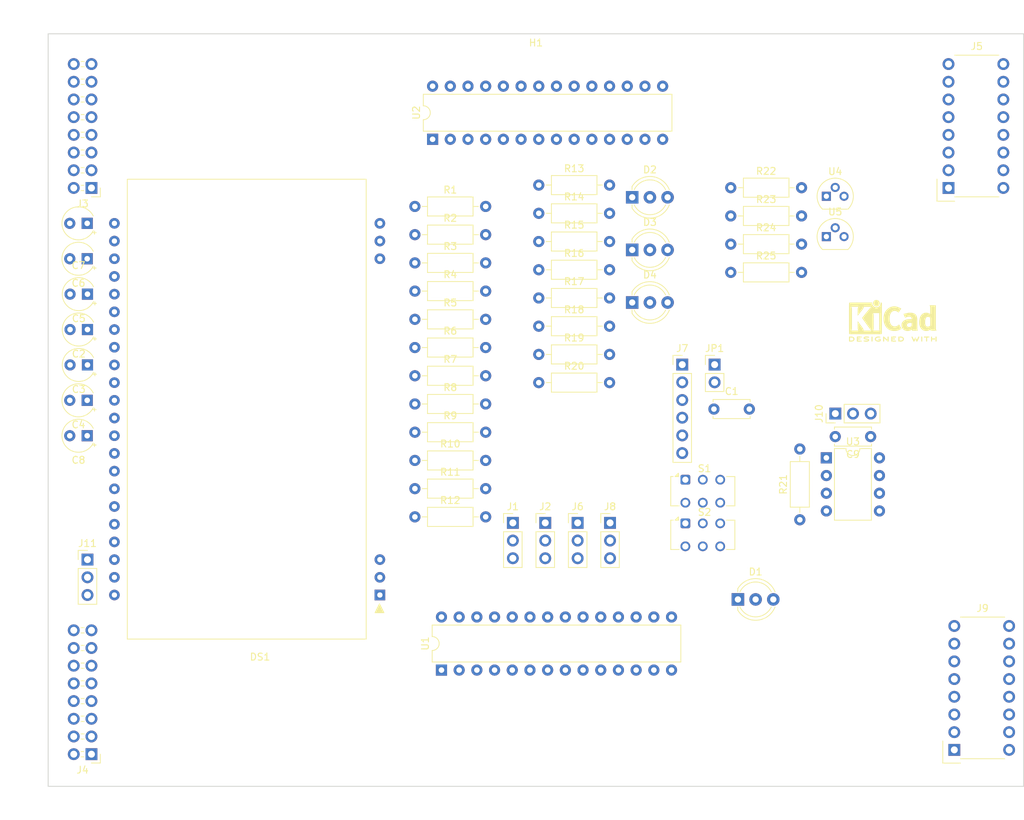
<source format=kicad_pcb>
(kicad_pcb (version 20240108) (generator "pcbnew") (generator_version "8.0")
  (layers (0 "F.Cu" signal) (31 "B.Cu" signal) (34 "B.Paste" user) (35 "F.Paste" user) (36 "B.SilkS" user "B.Silkscreen") (37 "F.SilkS" user "F.Silkscreen") (38 "B.Mask" user) (39 "F.Mask" user) (44 "Edge.Cuts" user))
  (net 0 "")
  (net 1 "Net-(C1-Pad1)")
  (net 2 "GND")
  (net 3 "/Busses/CAN-L")
  (net 4 "/Busses/CAN-H")
  (net 5 "/Busses/SPI-ADR1")
  (net 6 "/Busses/SPI-ADR2")
  (net 7 "/Busses/SPI-ADR0")
  (net 8 "/Busses/SPI-CLK")
  (net 9 "/Busses/SPI-MTSR")
  (net 10 "/Busses/Reserved0")
  (net 11 "/Busses/One-Wire")
  (net 12 "/Busses/SPI-~{CE}")
  (net 13 "/Busses/SPI-MRST")
  (net 14 "/Busses/Reserved1")
  (net 15 "VCC")
  (net 16 "+3V3")
  (net 17 "/Busses/~{RESET}")
  (net 18 "/Busses/I2C-SDA")
  (net 19 "+VDC")
  (net 20 "+5V")
  (net 21 "/Busses/I2C-SCL")
  (net 22 "-15V")
  (net 23 "+15V")
  (net 24 "Net-(JP1-B)")
  (net 25 "Net-(S2A-C)")
  (net 26 "Net-(S2B-C)")
  (net 27 "Net-(S1A-C)")
  (net 28 "Net-(S1B-C)")
  (net 81 "Net-(DS1-V2)")
  (net 82 "Net-(DS1-V3)")
  (net 83 "Net-(DS1-V4)")
  (net 84 "Net-(DS1-V1)")
  (net 85 "Net-(DS1-V0)")
  (net 86 "Net-(DS1-VOUT)")
  (net 87 "/Display/I2C-SDA")
  (net 88 "/Display/~{RESET}")
  (net 90 "Net-(DS1-C1)")
  (net 92 "/Display/I2C-SCL")
  (net 93 "Net-(DS1-C2)")
  (net 94 "Net-(U5-D)")
  (net 96 "Net-(D1-C-RD)")
  (net 97 "Net-(D1-C-GN)")
  (net 98 "Net-(D2-C-RD)")
  (net 99 "Net-(D2-C-GN)")
  (net 100 "Net-(D3-C-GN)")
  (net 101 "Net-(D3-C-RD)")
  (net 102 "Net-(D4-C-GN)")
  (net 103 "Net-(D4-C-RD)")
  (net 104 "/LED.RD0")
  (net 105 "/LED.GN0")
  (net 106 "/LED.RD1")
  (net 107 "/LED.GN1")
  (net 108 "/LED.RD2")
  (net 109 "/LED.GN2")
  (net 110 "/LED.RD3")
  (net 111 "/LED.GN3")
  (net 112 "Net-(U4-D)")
  (net 113 "Net-(DS1-RS)")
  (net 114 "Net-(J10-A1)")
  (net 120 "/Display/LCD-BG-RD")
  (net 121 "/Display/LCD-BG-GN")
  (footprint "Resistor_THT:R_Axial_DIN0207_L6.3mm_D2.5mm_P10.16mm_Horizontal" (layer "F.Cu") (at 169.16 67.36)
    (property "Reference" "R25" (at 5.08 -2.37 0) (layer "F.SilkS"))
    (property "Value" "47K5")
    (pad "1" thru_hole circle (at 0 0) (size 1.6 1.6) (drill 0.8) (layers "*.Cu" "*.Mask") (net 121 "/Display/LCD-BG-GN"))
    (pad "2" thru_hole oval (at 10.16 0) (size 1.6 1.6) (drill 0.8) (layers "*.Cu" "*.Mask") (net 2 "GND"))
  )
  (footprint "Resistor_THT:R_Axial_DIN0207_L6.3mm_D2.5mm_P10.16mm_Horizontal" (layer "F.Cu") (at 123.825 98.4)
    (property "Reference" "R11" (at 5.08 -2.37 0) (layer "F.SilkS"))
    (property "Value" "4k7")
    (pad "1" thru_hole circle (at 0 0) (size 1.6 1.6) (drill 0.8) (layers "*.Cu" "*.Mask") (net 24 "Net-(JP1-B)"))
    (pad "2" thru_hole oval (at 10.16 0) (size 1.6 1.6) (drill 0.8) (layers "*.Cu" "*.Mask") (net 11 "/Busses/One-Wire"))
  )
  (footprint "Resistor_THT:R_Axial_DIN0207_L6.3mm_D2.5mm_P10.16mm_Horizontal" (layer "F.Cu") (at 123.825 61.95)
    (property "Reference" "R2" (at 5.08 -2.37 0) (layer "F.SilkS"))
    (property "Value" "10k")
    (pad "1" thru_hole circle (at 0 0) (size 1.6 1.6) (drill 0.8) (layers "*.Cu" "*.Mask") (net 5 "/Busses/SPI-ADR1"))
    (pad "2" thru_hole oval (at 10.16 0) (size 1.6 1.6) (drill 0.8) (layers "*.Cu" "*.Mask") (net 2 "GND"))
  )
  (footprint "Capacitor_THT:CP_Radial_Tantal_D4.5mm_P2.50mm" (layer "F.Cu") (at 76.793856 65.405 180)
    (property "Reference" "C6" (at 1.25 -3.5 180) (layer "F.SilkS"))
    (property "Value" "1µ" (hide yes))
    (pad "1" thru_hole rect (at 0 0 180) (size 1.6 1.6) (drill 0.8) (layers "*.Cu" "*.Mask") (net 82 "Net-(DS1-V3)"))
    (pad "2" thru_hole circle (at 2.5 0 180) (size 1.6 1.6) (drill 0.8) (layers "*.Cu" "*.Mask") (net 2 "GND"))
  )
  (footprint "Connector_PinHeader_2.54mm:PinHeader_1x03_P2.54mm_Vertical" (layer "F.Cu") (at 184.165 87.63 90)
    (property "Reference" "J10" (at 0 -2.33 -90) (layer "F.SilkS"))
    (property "Value" "Bergstik-II_1x3" (hide yes))
    (pad "1" thru_hole rect (at 0 0 90) (size 1.7 1.7) (drill 1) (layers "*.Cu" "*.Mask") (net 114 "Net-(J10-A1)"))
    (pad "2" thru_hole oval (at 0 2.54 90) (size 1.7 1.7) (drill 1) (layers "*.Cu" "*.Mask") (net 2 "GND"))
    (pad "3" thru_hole oval (at 0 5.08 90) (size 1.7 1.7) (drill 1) (layers "*.Cu" "*.Mask") (net 15 "VCC"))
  )
  (footprint "BTech.Switch:SW_CK_JS202011CQN_DPDT_Straight" (layer "F.Cu") (at 162.645 103.38)
    (property "Reference" "S2" (at 2.75 -1.6 0) (layer "F.SilkS"))
    (property "Value" "C&K-JS202011")
    (pad "1" thru_hole roundrect (at 0 0) (size 1.4 1.4) (drill 0.9) (layers "*.Cu" "*.Mask") (roundrect_rratio 0.1785714286))
    (pad "2" thru_hole circle (at 2.5 0) (size 1.4 1.4) (drill 0.9) (layers "*.Cu" "*.Mask") (net 18 "/Busses/I2C-SDA"))
    (pad "3" thru_hole circle (at 5 0) (size 1.4 1.4) (drill 0.9) (layers "*.Cu" "*.Mask") (net 25 "Net-(S2A-C)"))
    (pad "4" thru_hole circle (at 5 3.3) (size 1.4 1.4) (drill 0.9) (layers "*.Cu" "*.Mask"))
    (pad "5" thru_hole circle (at 2.5 3.3) (size 1.4 1.4) (drill 0.9) (layers "*.Cu" "*.Mask") (net 21 "/Busses/I2C-SCL"))
    (pad "6" thru_hole circle (at 0 3.3) (size 1.4 1.4) (drill 0.9) (layers "*.Cu" "*.Mask") (net 26 "Net-(S2B-C)"))
  )
  (footprint "Package_TO_SOT_THT:TO-92" (layer "F.Cu") (at 182.88 62.23)
    (property "Reference" "U5" (at 1.27 -3.56 0) (layer "F.SilkS"))
    (property "Value" "TN0702N3-G")
    (pad "1" thru_hole rect (at 0 0) (size 1.3 1.3) (drill 0.75) (layers "*.Cu" "*.Mask") (net 2 "GND"))
    (pad "2" thru_hole circle (at 1.27 -1.27) (size 1.3 1.3) (drill 0.75) (layers "*.Cu" "*.Mask") (net 120 "/Display/LCD-BG-RD"))
    (pad "3" thru_hole circle (at 2.54 0) (size 1.3 1.3) (drill 0.75) (layers "*.Cu" "*.Mask") (net 94 "Net-(U5-D)"))
  )
  (footprint "Package_DIP:DIP-8_W7.62mm" (layer "F.Cu") (at 182.88 93.98)
    (property "Reference" "U3" (at 3.81 -2.33 0) (layer "F.SilkS"))
    (property "Value" "ATtiny85-20PU" (hide yes))
    (pad "1" thru_hole rect (at 0 0) (size 1.6 1.6) (drill 0.8) (layers "*.Cu" "*.Mask") (net 114 "Net-(J10-A1)"))
    (pad "2" thru_hole oval (at 0 2.54) (size 1.6 1.6) (drill 0.8) (layers "*.Cu" "*.Mask"))
    (pad "3" thru_hole oval (at 0 5.08) (size 1.6 1.6) (drill 0.8) (layers "*.Cu" "*.Mask"))
    (pad "4" thru_hole oval (at 0 7.62) (size 1.6 1.6) (drill 0.8) (layers "*.Cu" "*.Mask") (net 2 "GND"))
    (pad "5" thru_hole oval (at 7.62 7.62) (size 1.6 1.6) (drill 0.8) (layers "*.Cu" "*.Mask"))
    (pad "6" thru_hole oval (at 7.62 5.08) (size 1.6 1.6) (drill 0.8) (layers "*.Cu" "*.Mask"))
    (pad "7" thru_hole oval (at 7.62 2.54) (size 1.6 1.6) (drill 0.8) (layers "*.Cu" "*.Mask"))
    (pad "8" thru_hole oval (at 7.62 0) (size 1.6 1.6) (drill 0.8) (layers "*.Cu" "*.Mask") (net 15 "VCC"))
  )
  (footprint "BTech.Connector.AMPMODU-ModII:Socket.Hor.2x5.6-5535512-4" (layer "F.Cu") (at 209.1125 128.27)
    (property "Reference" "J9" (at -3.81 -12.7 0) (layer "F.SilkS"))
    (property "Value" "Socket.Hor.2x8.1-5535512-8" (hide yes))
    (pad "1" thru_hole rect (at -7.87 7.62) (size 1.7 1.7) (drill 1) (layers "*.Cu" "*.Mask") (net 2 "GND"))
    (pad "2" thru_hole circle (at 0 7.62) (size 1.7 1.7) (drill 1) (layers "*.Cu" "*.Mask") (net 2 "GND"))
    (pad "3" thru_hole circle (at -7.87 5.08) (size 1.7 1.7) (drill 1) (layers "*.Cu" "*.Mask") (net 4 "/Busses/CAN-H"))
    (pad "4" thru_hole circle (at 0 5.08) (size 1.7 1.7) (drill 1) (layers "*.Cu" "*.Mask") (net 3 "/Busses/CAN-L"))
    (pad "5" thru_hole circle (at -7.87 2.54) (size 1.7 1.7) (drill 1) (layers "*.Cu" "*.Mask") (net 2 "GND"))
    (pad "6" thru_hole circle (at 0 2.54) (size 1.7 1.7) (drill 1) (layers "*.Cu" "*.Mask") (net 2 "GND"))
    (pad "7" thru_hole circle (at -7.87 0) (size 1.7 1.7) (drill 1) (layers "*.Cu" "*.Mask") (net 10 "/Busses/Reserved0"))
    (pad "8" thru_hole circle (at 0 0) (size 1.7 1.7) (drill 1) (layers "*.Cu" "*.Mask") (net 14 "/Busses/Reserved1"))
    (pad "9" thru_hole circle (at -7.87 -2.54) (size 1.7 1.7) (drill 1) (layers "*.Cu" "*.Mask") (net 9 "/Busses/SPI-MTSR"))
    (pad "10" thru_hole circle (at 0 -2.54) (size 1.7 1.7) (drill 1) (layers "*.Cu" "*.Mask") (net 13 "/Busses/SPI-MRST"))
    (pad "11" thru_hole circle (at -7.869999 -5.08) (size 1.7 1.7) (drill 1) (layers "*.Cu" "*.Mask") (net 8 "/Busses/SPI-CLK"))
    (pad "12" thru_hole circle (at 0 -5.08) (size 1.7 1.7) (drill 1) (layers "*.Cu" "*.Mask") (net 12 "/Busses/SPI-~{CE}"))
    (pad "13" thru_hole circle (at -7.869999 -7.62) (size 1.7 1.7) (drill 1) (layers "*.Cu" "*.Mask") (net 7 "/Busses/SPI-ADR0"))
    (pad "14" thru_hole circle (at 0 -7.62) (size 1.7 1.7) (drill 1) (layers "*.Cu" "*.Mask") (net 5 "/Busses/SPI-ADR1"))
    (pad "15" thru_hole circle (at -7.869999 -10.16) (size 1.7 1.7) (drill 1) (layers "*.Cu" "*.Mask") (net 6 "/Busses/SPI-ADR2"))
    (pad "16" thru_hole circle (at 0 -10.16) (size 1.7 1.7) (drill 1) (layers "*.Cu" "*.Mask") (net 11 "/Busses/One-Wire"))
  )
  (footprint "LED_THT:LED_D5.0mm-3" (layer "F.Cu") (at 155.015 56.585)
    (property "Reference" "D2" (at 2.54 -3.96 0) (layer "F.SilkS"))
    (property "Value" "MV5439A")
    (pad "1" thru_hole rect (at 0 0) (size 1.8 1.8) (drill 0.9) (layers "*.Cu" "*.Mask") (net 98 "Net-(D2-C-RD)"))
    (pad "2" thru_hole circle (at 2.54 0) (size 1.8 1.8) (drill 0.9) (layers "*.Cu" "*.Mask") (net 15 "VCC"))
    (pad "3" thru_hole circle (at 5.08 0) (size 1.8 1.8) (drill 0.9) (layers "*.Cu" "*.Mask") (net 99 "Net-(D2-C-GN)"))
  )
  (footprint "Resistor_THT:R_Axial_DIN0207_L6.3mm_D2.5mm_P10.16mm_Horizontal" (layer "F.Cu") (at 141.605 71.035)
    (property "Reference" "R17" (at 5.08 -2.37 0) (layer "F.SilkS"))
    (property "Value" "1K")
    (pad "1" thru_hole circle (at 0 0) (size 1.6 1.6) (drill 0.8) (layers "*.Cu" "*.Mask") (net 101 "Net-(D3-C-RD)"))
    (pad "2" thru_hole oval (at 10.16 0) (size 1.6 1.6) (drill 0.8) (layers "*.Cu" "*.Mask") (net 108 "/LED.RD2"))
  )
  (footprint "Resistor_THT:R_Axial_DIN0207_L6.3mm_D2.5mm_P10.16mm_Horizontal" (layer "F.Cu") (at 141.605 83.185)
    (property "Reference" "R20" (at 5.08 -2.37 0) (layer "F.SilkS"))
    (property "Value" "1K")
    (pad "1" thru_hole circle (at 0 0) (size 1.6 1.6) (drill 0.8) (layers "*.Cu" "*.Mask") (net 102 "Net-(D4-C-GN)"))
    (pad "2" thru_hole oval (at 10.16 0) (size 1.6 1.6) (drill 0.8) (layers "*.Cu" "*.Mask") (net 111 "/LED.GN3"))
  )
  (footprint "Resistor_THT:R_Axial_DIN0207_L6.3mm_D2.5mm_P10.16mm_Horizontal" (layer "F.Cu") (at 123.825 66)
    (property "Reference" "R3" (at 5.08 -2.37 0) (layer "F.SilkS"))
    (property "Value" "10k")
    (pad "1" thru_hole circle (at 0 0) (size 1.6 1.6) (drill 0.8) (layers "*.Cu" "*.Mask") (net 6 "/Busses/SPI-ADR2"))
    (pad "2" thru_hole oval (at 10.16 0) (size 1.6 1.6) (drill 0.8) (layers "*.Cu" "*.Mask") (net 2 "GND"))
  )
  (footprint "Package_DIP:DIP-28_W7.62mm" (layer "F.Cu") (at 126.365 48.26 90)
    (property "Reference" "U2" (at 3.81 -2.33 -90) (layer "F.SilkS"))
    (property "Value" "MCP23017-E/SP" (hide yes))
    (pad "1" thru_hole rect (at 0 0 90) (size 1.6 1.6) (drill 0.8) (layers "*.Cu" "*.Mask"))
    (pad "2" thru_hole oval (at 0 2.54 90) (size 1.6 1.6) (drill 0.8) (layers "*.Cu" "*.Mask"))
    (pad "3" thru_hole oval (at 0 5.08 90) (size 1.6 1.6) (drill 0.8) (layers "*.Cu" "*.Mask"))
    (pad "4" thru_hole oval (at 0 7.62 90) (size 1.6 1.6) (drill 0.8) (layers "*.Cu" "*.Mask"))
    (pad "5" thru_hole oval (at 0 10.16 90) (size 1.6 1.6) (drill 0.8) (layers "*.Cu" "*.Mask"))
    (pad "6" thru_hole oval (at 0 12.7 90) (size 1.6 1.6) (drill 0.8) (layers "*.Cu" "*.Mask"))
    (pad "7" thru_hole oval (at 0 15.24 90) (size 1.6 1.6) (drill 0.8) (layers "*.Cu" "*.Mask"))
    (pad "8" thru_hole oval (at 0 17.78 90) (size 1.6 1.6) (drill 0.8) (layers "*.Cu" "*.Mask"))
    (pad "9" thru_hole oval (at 0 20.32 90) (size 1.6 1.6) (drill 0.8) (layers "*.Cu" "*.Mask"))
    (pad "10" thru_hole oval (at 0 22.86 90) (size 1.6 1.6) (drill 0.8) (layers "*.Cu" "*.Mask"))
    (pad "11" thru_hole oval (at 0 25.4 90) (size 1.6 1.6) (drill 0.8) (layers "*.Cu" "*.Mask"))
    (pad "12" thru_hole oval (at 0 27.94 90) (size 1.6 1.6) (drill 0.8) (layers "*.Cu" "*.Mask"))
    (pad "13" thru_hole oval (at 0 30.48 90) (size 1.6 1.6) (drill 0.8) (layers "*.Cu" "*.Mask"))
    (pad "14" thru_hole oval (at 0 33.02 90) (size 1.6 1.6) (drill 0.8) (layers "*.Cu" "*.Mask"))
    (pad "15" thru_hole oval (at 7.62 33.02 90) (size 1.6 1.6) (drill 0.8) (layers "*.Cu" "*.Mask"))
    (pad "16" thru_hole oval (at 7.62 30.48 90) (size 1.6 1.6) (drill 0.8) (layers "*.Cu" "*.Mask"))
    (pad "17" thru_hole oval (at 7.62 27.94 90) (size 1.6 1.6) (drill 0.8) (layers "*.Cu" "*.Mask"))
    (pad "18" thru_hole oval (at 7.62 25.4 90) (size 1.6 1.6) (drill 0.8) (layers "*.Cu" "*.Mask"))
    (pad "19" thru_hole oval (at 7.62 22.86 90) (size 1.6 1.6) (drill 0.8) (layers "*.Cu" "*.Mask"))
    (pad "20" thru_hole oval (at 7.62 20.32 90) (size 1.6 1.6) (drill 0.8) (layers "*.Cu" "*.Mask"))
    (pad "21" thru_hole oval (at 7.62 17.78 90) (size 1.6 1.6) (drill 0.8) (layers "*.Cu" "*.Mask"))
    (pad "22" thru_hole oval (at 7.62 15.24 90) (size 1.6 1.6) (drill 0.8) (layers "*.Cu" "*.Mask"))
    (pad "23" thru_hole oval (at 7.62 12.7 90) (size 1.6 1.6) (drill 0.8) (layers "*.Cu" "*.Mask"))
    (pad "24" thru_hole oval (at 7.62 10.16 90) (size 1.6 1.6) (drill 0.8) (layers "*.Cu" "*.Mask"))
    (pad "25" thru_hole oval (at 7.62 7.62 90) (size 1.6 1.6) (drill 0.8) (layers "*.Cu" "*.Mask"))
    (pad "26" thru_hole oval (at 7.62 5.08 90) (size 1.6 1.6) (drill 0.8) (layers "*.Cu" "*.Mask"))
    (pad "27" thru_hole oval (at 7.62 2.54 90) (size 1.6 1.6) (drill 0.8) (layers "*.Cu" "*.Mask"))
    (pad "28" thru_hole oval (at 7.62 0 90) (size 1.6 1.6) (drill 0.8) (layers "*.Cu" "*.Mask"))
  )
  (footprint "Resistor_THT:R_Axial_DIN0207_L6.3mm_D2.5mm_P10.16mm_Horizontal" (layer "F.Cu") (at 169.16 55.21)
    (property "Reference" "R22" (at 5.08 -2.37 0) (layer "F.SilkS"))
    (property "Value" "24R")
    (pad "1" thru_hole circle (at 0 0) (size 1.6 1.6) (drill 0.8) (layers "*.Cu" "*.Mask") (net 90 "Net-(DS1-C1)"))
    (pad "2" thru_hole oval (at 10.16 0) (size 1.6 1.6) (drill 0.8) (layers "*.Cu" "*.Mask") (net 94 "Net-(U5-D)"))
  )
  (footprint "Resistor_THT:R_Axial_DIN0207_L6.3mm_D2.5mm_P10.16mm_Horizontal" (layer "F.Cu") (at 123.825 86.25)
    (property "Reference" "R8" (at 5.08 -2.37 0) (layer "F.SilkS"))
    (property "Value" "60R4")
    (pad "1" thru_hole circle (at 0 0) (size 1.6 1.6) (drill 0.8) (layers "*.Cu" "*.Mask") (net 1 "Net-(C1-Pad1)"))
    (pad "2" thru_hole oval (at 10.16 0) (size 1.6 1.6) (drill 0.8) (layers "*.Cu" "*.Mask") (net 28 "Net-(S1B-C)"))
  )
  (footprint "Capacitor_THT:CP_Radial_Tantal_D4.5mm_P2.50mm" (layer "F.Cu") (at 76.793856 60.325 180)
    (property "Reference" "C7" (at 1.25 -6.04 180) (layer "F.SilkS"))
    (property "Value" "1µ" (hide yes))
    (pad "1" thru_hole rect (at 0 0 180) (size 1.6 1.6) (drill 0.8) (layers "*.Cu" "*.Mask") (net 83 "Net-(DS1-V4)"))
    (pad "2" thru_hole circle (at 2.5 0 180) (size 1.6 1.6) (drill 0.8) (layers "*.Cu" "*.Mask") (net 2 "GND"))
  )
  (footprint "Resistor_THT:R_Axial_DIN0207_L6.3mm_D2.5mm_P10.16mm_Horizontal" (layer "F.Cu") (at 169.16 63.31)
    (property "Reference" "R24" (at 5.08 -2.37 0) (layer "F.SilkS"))
    (property "Value" "47K5")
    (pad "1" thru_hole circle (at 0 0) (size 1.6 1.6) (drill 0.8) (layers "*.Cu" "*.Mask") (net 120 "/Display/LCD-BG-RD"))
    (pad "2" thru_hole oval (at 10.16 0) (size 1.6 1.6) (drill 0.8) (layers "*.Cu" "*.Mask") (net 2 "GND"))
  )
  (footprint "Resistor_THT:R_Axial_DIN0207_L6.3mm_D2.5mm_P10.16mm_Horizontal" (layer "F.Cu") (at 123.825 74.1)
    (property "Reference" "R5" (at 5.08 -2.37 0) (layer "F.SilkS"))
    (property "Value" "47K5")
    (pad "1" thru_hole circle (at 0 0) (size 1.6 1.6) (drill 0.8) (layers "*.Cu" "*.Mask") (net 26 "Net-(S2B-C)"))
    (pad "2" thru_hole oval (at 10.16 0) (size 1.6 1.6) (drill 0.8) (layers "*.Cu" "*.Mask") (net 15 "VCC"))
  )
  (footprint "BTech.Switch:SW_CK_JS202011CQN_DPDT_Straight" (layer "F.Cu") (at 162.645 97.115)
    (property "Reference" "S1" (at 2.75 -1.6 0) (layer "F.SilkS"))
    (property "Value" "C&K-JS202011")
    (pad "1" thru_hole roundrect (at 0 0) (size 1.4 1.4) (drill 0.9) (layers "*.Cu" "*.Mask") (roundrect_rratio 0.1785714286))
    (pad "2" thru_hole circle (at 2.5 0) (size 1.4 1.4) (drill 0.9) (layers "*.Cu" "*.Mask") (net 4 "/Busses/CAN-H"))
    (pad "3" thru_hole circle (at 5 0) (size 1.4 1.4) (drill 0.9) (layers "*.Cu" "*.Mask") (net 27 "Net-(S1A-C)"))
    (pad "4" thru_hole circle (at 5 3.3) (size 1.4 1.4) (drill 0.9) (layers "*.Cu" "*.Mask"))
    (pad "5" thru_hole circle (at 2.5 3.3) (size 1.4 1.4) (drill 0.9) (layers "*.Cu" "*.Mask") (net 3 "/Busses/CAN-L"))
    (pad "6" thru_hole circle (at 0 3.3) (size 1.4 1.4) (drill 0.9) (layers "*.Cu" "*.Mask") (net 28 "Net-(S1B-C)"))
  )
  (footprint "BTech.PinHeader.2-54mm:PinHeader_2x08_P2.54mm_Horizontal" (layer "F.Cu") (at 77.405 136.51 180)
    (property "Reference" "J4" (at 1.27 -2.27 180) (layer "F.SilkS"))
    (property "Value" "Header.Hor.2x8.9-103326-0-08" (hide yes))
    (pad "1" thru_hole rect (at 0 0 180) (size 1.7 1.7) (drill 1) (layers "*.Cu" "*.Mask") (net 15 "VCC"))
    (pad "2" thru_hole oval (at 2.54 0 180) (size 1.7 1.7) (drill 1) (layers "*.Cu" "*.Mask") (net 15 "VCC"))
    (pad "3" thru_hole oval (at 0 2.54 180) (size 1.7 1.7) (drill 1) (layers "*.Cu" "*.Mask") (net 16 "+3V3"))
    (pad "4" thru_hole oval (at 2.54 2.54 180) (size 1.7 1.7) (drill 1) (layers "*.Cu" "*.Mask") (net 23 "+15V"))
    (pad "5" thru_hole oval (at 0 5.08 180) (size 1.7 1.7) (drill 1) (layers "*.Cu" "*.Mask") (net 20 "+5V"))
    (pad "6" thru_hole oval (at 2.54 5.08 180) (size 1.7 1.7) (drill 1) (layers "*.Cu" "*.Mask") (net 22 "-15V"))
    (pad "7" thru_hole oval (at 0 7.62 180) (size 1.7 1.7) (drill 1) (layers "*.Cu" "*.Mask") (net 19 "+VDC"))
    (pad "8" thru_hole oval (at 2.54 7.62 180) (size 1.7 1.7) (drill 1) (layers "*.Cu" "*.Mask") (net 17 "/Busses/~{RESET}"))
    (pad "9" thru_hole oval (at 0 10.16 180) (size 1.7 1.7) (drill 1) (layers "*.Cu" "*.Mask") (net 18 "/Busses/I2C-SDA"))
    (pad "10" thru_hole oval (at 2.54 10.16 180) (size 1.7 1.7) (drill 1) (layers "*.Cu" "*.Mask") (net 21 "/Busses/I2C-SCL"))
    (pad "11" thru_hole oval (at 0 12.7 180) (size 1.7 1.7) (drill 1) (layers "*.Cu" "*.Mask") (net 2 "GND"))
    (pad "12" thru_hole oval (at 2.54 12.7 180) (size 1.7 1.7) (drill 1) (layers "*.Cu" "*.Mask") (net 2 "GND"))
    (pad "13" thru_hole oval (at 0 15.24 180) (size 1.7 1.7) (drill 1) (layers "*.Cu" "*.Mask") (net 2 "GND"))
    (pad "14" thru_hole oval (at 2.54 15.24 180) (size 1.7 1.7) (drill 1) (layers "*.Cu" "*.Mask") (net 2 "GND"))
    (pad "15" thru_hole oval (at 0 17.78 180) (size 1.7 1.7) (drill 1) (layers "*.Cu" "*.Mask") (net 2 "GND"))
    (pad "16" thru_hole oval (at 2.54 17.78 180) (size 1.7 1.7) (drill 1) (layers "*.Cu" "*.Mask") (net 2 "GND"))
  )
  (footprint "Resistor_THT:R_Axial_DIN0207_L6.3mm_D2.5mm_P10.16mm_Horizontal" (layer "F.Cu") (at 179.07 102.87 90)
    (property "Reference" "R21" (at 5.08 -2.37 -90) (layer "F.SilkS"))
    (property "Value" "10K" (hide yes))
    (pad "1" thru_hole circle (at 0 0 90) (size 1.6 1.6) (drill 0.8) (layers "*.Cu" "*.Mask") (net 15 "VCC"))
    (pad "2" thru_hole oval (at 10.16 0 90) (size 1.6 1.6) (drill 0.8) (layers "*.Cu" "*.Mask") (net 114 "Net-(J10-A1)"))
  )
  (footprint "Capacitor_THT:CP_Radial_Tantal_D4.5mm_P2.50mm" (layer "F.Cu") (at 76.835 70.485 180)
    (property "Reference" "C5" (at 1.25 -3.5 180) (layer "F.SilkS"))
    (property "Value" "1µ" (hide yes))
    (pad "1" thru_hole rect (at 0 0 180) (size 1.6 1.6) (drill 0.8) (layers "*.Cu" "*.Mask") (net 81 "Net-(DS1-V2)"))
    (pad "2" thru_hole circle (at 2.5 0 180) (size 1.6 1.6) (drill 0.8) (layers "*.Cu" "*.Mask") (net 2 "GND"))
  )
  (footprint "Connector_PinHeader_2.54mm:PinHeader_1x06_P2.54mm_Vertical" (layer "F.Cu") (at 162.195 80.6)
    (property "Reference" "J7" (at 0 -2.33 0) (layer "F.SilkS"))
    (property "Value" "Bergstik-II_6")
    (pad "1" thru_hole rect (at 0 0) (size 1.7 1.7) (drill 1) (layers "*.Cu" "*.Mask") (net 9 "/Busses/SPI-MTSR"))
    (pad "2" thru_hole oval (at 0 2.54) (size 1.7 1.7) (drill 1) (layers "*.Cu" "*.Mask") (net 13 "/Busses/SPI-MRST"))
    (pad "3" thru_hole oval (at 0 5.08) (size 1.7 1.7) (drill 1) (layers "*.Cu" "*.Mask") (net 8 "/Busses/SPI-CLK"))
    (pad "4" thru_hole oval (at 0 7.62) (size 1.7 1.7) (drill 1) (layers "*.Cu" "*.Mask") (net 12 "/Busses/SPI-~{CE}"))
    (pad "5" thru_hole oval (at 0 10.16) (size 1.7 1.7) (drill 1) (layers "*.Cu" "*.Mask") (net 2 "GND"))
    (pad "6" thru_hole oval (at 0 12.7) (size 1.7 1.7) (drill 1) (layers "*.Cu" "*.Mask") (net 11 "/Busses/One-Wire"))
  )
  (footprint "Resistor_THT:R_Axial_DIN0207_L6.3mm_D2.5mm_P10.16mm_Horizontal" (layer "F.Cu") (at 123.825 70.05)
    (property "Reference" "R4" (at 5.08 -2.37 0) (layer "F.SilkS"))
    (property "Value" "47K5")
    (pad "1" thru_hole circle (at 0 0) (size 1.6 1.6) (drill 0.8) (layers "*.Cu" "*.Mask") (net 25 "Net-(S2A-C)"))
    (pad "2" thru_hole oval (at 10.16 0) (size 1.6 1.6) (drill 0.8) (layers "*.Cu" "*.Mask") (net 15 "VCC"))
  )
  (footprint "Connector_PinHeader_2.54mm:PinHeader_1x03_P2.54mm_Vertical" (layer "F.Cu") (at 137.885 103.31)
    (property "Reference" "J1" (at 0 -2.33 0) (layer "F.SilkS"))
    (property "Value" "Bergstik-II_3")
    (pad "1" thru_hole rect (at 0 0) (size 1.7 1.7) (drill 1) (layers "*.Cu" "*.Mask") (net 4 "/Busses/CAN-H"))
    (pad "2" thru_hole oval (at 0 2.54) (size 1.7 1.7) (drill 1) (layers "*.Cu" "*.Mask") (net 2 "GND"))
    (pad "3" thru_hole oval (at 0 5.08) (size 1.7 1.7) (drill 1) (layers "*.Cu" "*.Mask") (net 3 "/Busses/CAN-L"))
  )
  (footprint "BTech.PinHeader.2-54mm:PinHeader_2x08_P2.54mm_Horizontal" (layer "F.Cu") (at 77.405 55.245 180)
    (property "Reference" "J3" (at 1.27 -2.27 180) (layer "F.SilkS"))
    (property "Value" "Header.Hor.2x8.9-103326-0-08" (hide yes))
    (pad "1" thru_hole rect (at 0 0 180) (size 1.7 1.7) (drill 1) (layers "*.Cu" "*.Mask") (net 2 "GND"))
    (pad "2" thru_hole oval (at 2.54 0 180) (size 1.7 1.7) (drill 1) (layers "*.Cu" "*.Mask") (net 2 "GND"))
    (pad "3" thru_hole oval (at 0 2.54 180) (size 1.7 1.7) (drill 1) (layers "*.Cu" "*.Mask") (net 4 "/Busses/CAN-H"))
    (pad "4" thru_hole oval (at 2.54 2.54 180) (size 1.7 1.7) (drill 1) (layers "*.Cu" "*.Mask") (net 3 "/Busses/CAN-L"))
    (pad "5" thru_hole oval (at 0 5.08 180) (size 1.7 1.7) (drill 1) (layers "*.Cu" "*.Mask") (net 2 "GND"))
    (pad "6" thru_hole oval (at 2.54 5.08 180) (size 1.7 1.7) (drill 1) (layers "*.Cu" "*.Mask") (net 2 "GND"))
    (pad "7" thru_hole oval (at 0 7.62 180) (size 1.7 1.7) (drill 1) (layers "*.Cu" "*.Mask") (net 10 "/Busses/Reserved0"))
    (pad "8" thru_hole oval (at 2.54 7.62 180) (size 1.7 1.7) (drill 1) (layers "*.Cu" "*.Mask") (net 14 "/Busses/Reserved1"))
    (pad "9" thru_hole oval (at 0 10.16 180) (size 1.7 1.7) (drill 1) (layers "*.Cu" "*.Mask") (net 9 "/Busses/SPI-MTSR"))
    (pad "10" thru_hole oval (at 2.54 10.16 180) (size 1.7 1.7) (drill 1) (layers "*.Cu" "*.Mask") (net 13 "/Busses/SPI-MRST"))
    (pad "11" thru_hole oval (at 0 12.7 180) (size 1.7 1.7) (drill 1) (layers "*.Cu" "*.Mask") (net 8 "/Busses/SPI-CLK"))
    (pad "12" thru_hole oval (at 2.54 12.7 180) (size 1.7 1.7) (drill 1) (layers "*.Cu" "*.Mask") (net 12 "/Busses/SPI-~{CE}"))
    (pad "13" thru_hole oval (at 0 15.24 180) (size 1.7 1.7) (drill 1) (layers "*.Cu" "*.Mask") (net 7 "/Busses/SPI-ADR0"))
    (pad "14" thru_hole oval (at 2.54 15.24 180) (size 1.7 1.7) (drill 1) (layers "*.Cu" "*.Mask") (net 5 "/Busses/SPI-ADR1"))
    (pad "15" thru_hole oval (at 0 17.78 180) (size 1.7 1.7) (drill 1) (layers "*.Cu" "*.Mask") (net 6 "/Busses/SPI-ADR2"))
    (pad "16" thru_hole oval (at 2.54 17.78 180) (size 1.7 1.7) (drill 1) (layers "*.Cu" "*.Mask") (net 11 "/Busses/One-Wire"))
  )
  (footprint "Capacitor_THT:CP_Radial_Tantal_D4.5mm_P2.50mm" (layer "F.Cu") (at 76.835 80.645 180)
    (property "Reference" "C3" (at 1.25 -3.5 180) (layer "F.SilkS"))
    (property "Value" "1µ" (hide yes))
    (pad "1" thru_hole rect (at 0 0 180) (size 1.6 1.6) (drill 0.8) (layers "*.Cu" "*.Mask") (net 85 "Net-(DS1-V0)"))
    (pad "2" thru_hole circle (at 2.5 0 180) (size 1.6 1.6) (drill 0.8) (layers "*.Cu" "*.Mask") (net 2 "GND"))
  )
  (footprint "Capacitor_THT:CP_Radial_Tantal_D4.5mm_P2.50mm" (layer "F.Cu") (at 76.793856 85.725 180)
    (property "Reference" "C4" (at 1.25 -3.5 180) (layer "F.SilkS"))
    (property "Value" "1µ" (hide yes))
    (pad "1" thru_hole rect (at 0 0 180) (size 1.6 1.6) (drill 0.8) (layers "*.Cu" "*.Mask") (net 84 "Net-(DS1-V1)"))
    (pad "2" thru_hole circle (at 2.5 0 180) (size 1.6 1.6) (drill 0.8) (layers "*.Cu" "*.Mask") (net 2 "GND"))
  )
  (footprint "Connector_PinHeader_2.54mm:PinHeader_1x03_P2.54mm_Vertical" (layer "F.Cu") (at 147.185 103.31)
    (property "Reference" "J6" (at 0 -2.33 0) (layer "F.SilkS"))
    (property "Value" "Bergstik-II_3")
    (pad "1" thru_hole rect (at 0 0) (size 1.7 1.7) (drill 1) (layers "*.Cu" "*.Mask") (net 17 "/Busses/~{RESET}"))
    (pad "2" thru_hole oval (at 0 2.54) (size 1.7 1.7) (drill 1) (layers "*.Cu" "*.Mask") (net 18 "/Busses/I2C-SDA"))
    (pad "3" thru_hole oval (at 0 5.08) (size 1.7 1.7) (drill 1) (layers "*.Cu" "*.Mask") (net 21 "/Busses/I2C-SCL"))
  )
  (footprint "LED_THT:LED_D5.0mm-3" (layer "F.Cu") (at 155.015 71.685)
    (property "Reference" "D4" (at 2.54 -3.96 0) (layer "F.SilkS"))
    (property "Value" "MV5439A")
    (pad "1" thru_hole rect (at 0 0) (size 1.8 1.8) (drill 0.9) (layers "*.Cu" "*.Mask") (net 103 "Net-(D4-C-RD)"))
    (pad "2" thru_hole circle (at 2.54 0) (size 1.8 1.8) (drill 0.9) (layers "*.Cu" "*.Mask") (net 15 "VCC"))
    (pad "3" thru_hole circle (at 5.08 0) (size 1.8 1.8) (drill 0.9) (layers "*.Cu" "*.Mask") (net 102 "Net-(D4-C-GN)"))
  )
  (footprint "Connector_PinHeader_2.54mm:PinHeader_1x02_P2.54mm_Vertical" (layer "F.Cu") (at 166.845 80.6)
    (property "Reference" "JP1" (at 0 -2.33 0) (layer "F.SilkS"))
    (property "Value" "Bergstik-II_2")
    (pad "1" thru_hole rect (at 0 0) (size 1.7 1.7) (drill 1) (layers "*.Cu" "*.Mask") (net 15 "VCC"))
    (pad "2" thru_hole oval (at 0 2.54) (size 1.7 1.7) (drill 1) (layers "*.Cu" "*.Mask") (net 24 "Net-(JP1-B)"))
  )
  (footprint "Connector_PinHeader_2.54mm:PinHeader_1x03_P2.54mm_Vertical" (layer "F.Cu") (at 76.835 108.585)
    (property "Reference" "J11" (at 0 -2.33 0) (layer "F.SilkS"))
    (property "Value" "Bergstik-II_1x3" (hide yes))
    (pad "1" thru_hole rect (at 0 0) (size 1.7 1.7) (drill 1) (layers "*.Cu" "*.Mask") (net 15 "VCC"))
    (pad "2" thru_hole oval (at 0 2.54) (size 1.7 1.7) (drill 1) (layers "*.Cu" "*.Mask") (net 113 "Net-(DS1-RS)"))
    (pad "3" thru_hole oval (at 0 5.08) (size 1.7 1.7) (drill 1) (layers "*.Cu" "*.Mask") (net 2 "GND"))
  )
  (footprint "Resistor_THT:R_Axial_DIN0207_L6.3mm_D2.5mm_P10.16mm_Horizontal" (layer "F.Cu") (at 123.825 102.45)
    (property "Reference" "R12" (at 5.08 -2.37 0) (layer "F.SilkS"))
    (property "Value" "10k")
    (pad "1" thru_hole circle (at 0 0) (size 1.6 1.6) (drill 0.8) (layers "*.Cu" "*.Mask") (net 15 "VCC"))
    (pad "2" thru_hole oval (at 10.16 0) (size 1.6 1.6) (drill 0.8) (layers "*.Cu" "*.Mask") (net 12 "/Busses/SPI-~{CE}"))
  )
  (footprint "Resistor_THT:R_Axial_DIN0207_L6.3mm_D2.5mm_P10.16mm_Horizontal" (layer "F.Cu") (at 123.825 82.2)
    (property "Reference" "R7" (at 5.08 -2.37 0) (layer "F.SilkS"))
    (property "Value" "60R4")
    (pad "1" thru_hole circle (at 0 0) (size 1.6 1.6) (drill 0.8) (layers "*.Cu" "*.Mask") (net 1 "Net-(C1-Pad1)"))
    (pad "2" thru_hole oval (at 10.16 0) (size 1.6 1.6) (drill 0.8) (layers "*.Cu" "*.Mask") (net 27 "Net-(S1A-C)"))
  )
  (footprint "Resistor_THT:R_Axial_DIN0207_L6.3mm_D2.5mm_P10.16mm_Horizontal" (layer "F.Cu") (at 123.825 78.15)
    (property "Reference" "R6" (at 5.08 -2.37 0) (layer "F.SilkS"))
    (property "Value" "10k")
    (pad "1" thru_hole circle (at 0 0) (size 1.6 1.6) (drill 0.8) (layers "*.Cu" "*.Mask") (net 9 "/Busses/SPI-MTSR"))
    (pad "2" thru_hole oval (at 10.16 0) (size 1.6 1.6) (drill 0.8) (layers "*.Cu" "*.Mask") (net 2 "GND"))
  )
  (footprint "Resistor_THT:R_Axial_DIN0207_L6.3mm_D2.5mm_P10.16mm_Horizontal" (layer "F.Cu") (at 169.16 59.26)
    (property "Reference" "R23" (at 5.08 -2.37 0) (layer "F.SilkS"))
    (property "Value" "18R")
    (pad "1" thru_hole circle (at 0 0) (size 1.6 1.6) (drill 0.8) (layers "*.Cu" "*.Mask") (net 93 "Net-(DS1-C2)"))
    (pad "2" thru_hole oval (at 10.16 0) (size 1.6 1.6) (drill 0.8) (layers "*.Cu" "*.Mask") (net 112 "Net-(U4-D)"))
  )
  (footprint "Resistor_THT:R_Axial_DIN0207_L6.3mm_D2.5mm_P10.16mm_Horizontal" (layer "F.Cu") (at 141.605 58.885)
    (property "Reference" "R14" (at 5.08 -2.37 0) (layer "F.SilkS"))
    (property "Value" "1K")
    (pad "1" thru_hole circle (at 0 0) (size 1.6 1.6) (drill 0.8) (layers "*.Cu" "*.Mask") (net 97 "Net-(D1-C-GN)"))
    (pad "2" thru_hole oval (at 10.16 0) (size 1.6 1.6) (drill 0.8) (layers "*.Cu" "*.Mask") (net 105 "/LED.GN0"))
  )
  (footprint "Resistor_THT:R_Axial_DIN0207_L6.3mm_D2.5mm_P10.16mm_Horizontal" (layer "F.Cu") (at 141.605 79.135)
    (property "Reference" "R19" (at 5.08 -2.37 0) (layer "F.SilkS"))
    (property "Value" "1K")
    (pad "1" thru_hole circle (at 0 0) (size 1.6 1.6) (drill 0.8) (layers "*.Cu" "*.Mask") (net 103 "Net-(D4-C-RD)"))
    (pad "2" thru_hole oval (at 10.16 0) (size 1.6 1.6) (drill 0.8) (layers "*.Cu" "*.Mask") (net 110 "/LED.RD3"))
  )
  (footprint "Connector_PinHeader_2.54mm:PinHeader_1x03_P2.54mm_Vertical" (layer "F.Cu") (at 142.535 103.31)
    (property "Reference" "J2" (at 0 -2.33 0) (layer "F.SilkS"))
    (property "Value" "Bergstik-II_3")
    (pad "1" thru_hole rect (at 0 0) (size 1.7 1.7) (drill 1) (layers "*.Cu" "*.Mask") (net 7 "/Busses/SPI-ADR0"))
    (pad "2" thru_hole oval (at 0 2.54) (size 1.7 1.7) (drill 1) (layers "*.Cu" "*.Mask") (net 5 "/Busses/SPI-ADR1"))
    (pad "3" thru_hole oval (at 0 5.08) (size 1.7 1.7) (drill 1) (layers "*.Cu" "*.Mask") (net 6 "/Busses/SPI-ADR2"))
  )
  (footprint "BTech.Display:EA-DOGM204-A" (layer "F.Cu") (at 101.6 86.995 90)
    (property "Reference" "DS1" (at -35.56 0 180) (layer "F.SilkS"))
    (property "Value" "EA DOGM204W-A")
    (pad "1" thru_hole rect (at -26.67 17.2 90) (size 1.524 1.524) (drill 0.762) (layers "*.Cu" "*.Mask") (net 15 "VCC"))
    (pad "2" thru_hole circle (at -24.13 17.2 90) (size 1.524 1.524) (drill 0.762) (layers "*.Cu" "*.Mask"))
    (pad "3" thru_hole circle (at -21.59 17.2 90) (size 1.524 1.524) (drill 0.762) (layers "*.Cu" "*.Mask"))
    (pad "20" thru_hole circle (at 21.59 17.2 90) (size 1.524 1.524) (drill 0.762) (layers "*.Cu" "*.Mask") (net 90 "Net-(DS1-C1)"))
    (pad "21" thru_hole circle (at 24.13 17.2 90) (size 1.524 1.524) (drill 0.762) (layers "*.Cu" "*.Mask") (net 93 "Net-(DS1-C2)"))
    (pad "22" thru_hole circle (at 26.67 17.2 90) (size 1.524 1.524) (drill 0.762) (layers "*.Cu" "*.Mask"))
    (pad "23" thru_hole circle (at 26.67 -20.9 90) (size 1.524 1.524) (drill 0.762) (layers "*.Cu" "*.Mask") (net 86 "Net-(DS1-VOUT)"))
    (pad "24" thru_hole circle (at 24.13 -20.9 90) (size 1.524 1.524) (drill 0.762) (layers "*.Cu" "*.Mask") (net 85 "Net-(DS1-V0)"))
    (pad "25" thru_hole circle (at 21.59 -20.9 90) (size 1.524 1.524) (drill 0.762) (layers "*.Cu" "*.Mask") (net 84 "Net-(DS1-V1)"))
    (pad "26" thru_hole circle (at 19.05 -20.9 90) (size 1.524 1.524) (drill 0.762) (layers "*.Cu" "*.Mask") (net 81 "Net-(DS1-V2)"))
    (pad "27" thru_hole circle (at 16.51 -20.9 90) (size 1.524 1.524) (drill 0.762) (layers "*.Cu" "*.Mask") (net 82 "Net-(DS1-V3)"))
    (pad "28" thru_hole circle (at 13.97 -20.9 90) (size 1.524 1.524) (drill 0.762) (layers "*.Cu" "*.Mask") (net 83 "Net-(DS1-V4)"))
    (pad "29" thru_hole circle (at 11.43 -20.9 90) (size 1.524 1.524) (drill 0.762) (layers "*.Cu" "*.Mask") (net 2 "GND"))
    (pad "30" thru_hole circle (at 8.89 -20.9 90) (size 1.524 1.524) (drill 0.762) (layers "*.Cu" "*.Mask") (net 2 "GND"))
    (pad "31" thru_hole circle (at 6.35 -20.9 90) (size 1.524 1.524) (drill 0.762) (layers "*.Cu" "*.Mask") (net 15 "VCC"))
    (pad "32" thru_hole circle (at 3.81 -20.9 90) (size 1.524 1.524) (drill 0.762) (layers "*.Cu" "*.Mask") (net 2 "GND"))
    (pad "33" thru_hole circle (at 1.27 -20.9 90) (size 1.524 1.524) (drill 0.762) (layers "*.Cu" "*.Mask") (net 15 "VCC"))
    (pad "34" thru_hole circle (at -1.27 -20.9 90) (size 1.524 1.524) (drill 0.762) (layers "*.Cu" "*.Mask") (net 15 "VCC"))
    (pad "35" thru_hole circle (at -3.81 -20.9 90) (size 1.524 1.524) (drill 0.762) (layers "*.Cu" "*.Mask") (net 15 "VCC"))
    (pad "36" thru_hole circle (at -6.35 -20.9 90) (size 1.524 1.524) (drill 0.762) (layers "*.Cu" "*.Mask") (net 15 "VCC"))
    (pad "37" thru_hole circle (at -8.89 -20.9 90) (size 1.524 1.524) (drill 0.762) (layers "*.Cu" "*.Mask") (net 15 "VCC"))
    (pad "38" thru_hole circle (at -11.43 -20.9 90) (size 1.524 1.524) (drill 0.762) (layers "*.Cu" "*.Mask") (net 87 "/Display/I2C-SDA"))
    (pad "39" thru_hole circle (at -13.97 -20.9 90) (size 1.524 1.524) (drill 0.762) (layers "*.Cu" "*.Mask") (net 87 "/Display/I2C-SDA"))
    (pad "40" thru_hole circle (at -16.51 -20.9 90) (size 1.524 1.524) (drill 0.762) (layers "*.Cu" "*.Mask") (net 92 "/Display/I2C-SCL"))
    (pad "41" thru_hole circle (at -19.05 -20.9 90) (size 1.524 1.524) (drill 0.762) (layers "*.Cu" "*.Mask") (net 15 "VCC"))
    (pad "42" thru_hole circle (at -21.59 -20.9 90) (size 1.524 1.524) (drill 0.762) (layers "*.Cu" "*.Mask") (net 15 "VCC"))
    (pad "43" thru_hole circle (at -24.13 -20.9 90) (size 1.524 1.524) (drill 0.762) (layers "*.Cu" "*.Mask") (net 113 "Net-(DS1-RS)"))
    (pad "44" thru_hole circle (at -26.67 -20.9 90) (size 1.524 1.524) (drill 0.762) (layers "*.Cu" "*.Mask") (net 88 "/Display/~{RESET}"))
  )
  (footprint "Resistor_THT:R_Axial_DIN0207_L6.3mm_D2.5mm_P10.16mm_Horizontal" (layer "F.Cu") (at 141.605 54.835)
    (property "Reference" "R13" (at 5.08 -2.37 0) (layer "F.SilkS"))
    (property "Value" "1K")
    (pad "1" thru_hole circle (at 0 0) (size 1.6 1.6) (drill 0.8) (layers "*.Cu" "*.Mask") (net 96 "Net-(D1-C-RD)"))
    (pad "2" thru_hole oval (at 10.16 0) (size 1.6 1.6) (drill 0.8) (layers "*.Cu" "*.Mask") (net 104 "/LED.RD0"))
  )
  (footprint "Resistor_THT:R_Axial_DIN0207_L6.3mm_D2.5mm_P10.16mm_Horizontal" (layer "F.Cu") (at 123.825 57.9)
    (property "Reference" "R1" (at 5.08 -2.37 0) (layer "F.SilkS"))
    (property "Value" "10k")
    (pad "1" thru_hole circle (at 0 0) (size 1.6 1.6) (drill 0.8) (layers "*.Cu" "*.Mask") (net 7 "/Busses/SPI-ADR0"))
    (pad "2" thru_hole oval (at 10.16 0) (size 1.6 1.6) (drill 0.8) (layers "*.Cu" "*.Mask") (net 2 "GND"))
  )
  (footprint "Resistor_THT:R_Axial_DIN0207_L6.3mm_D2.5mm_P10.16mm_Horizontal" (layer "F.Cu") (at 141.605 75.085)
    (property "Reference" "R18" (at 5.08 -2.37 0) (layer "F.SilkS"))
    (property "Value" "1K")
    (pad "1" thru_hole circle (at 0 0) (size 1.6 1.6) (drill 0.8) (layers "*.Cu" "*.Mask") (net 100 "Net-(D3-C-GN)"))
    (pad "2" thru_hole oval (at 10.16 0) (size 1.6 1.6) (drill 0.8) (layers "*.Cu" "*.Mask") (net 109 "/LED.GN2"))
  )
  (footprint "Resistor_THT:R_Axial_DIN0207_L6.3mm_D2.5mm_P10.16mm_Horizontal" (layer "F.Cu") (at 123.825 90.3)
    (property "Reference" "R9" (at 5.08 -2.37 0) (layer "F.SilkS"))
    (property "Value" "10k")
    (pad "1" thru_hole circle (at 0 0) (size 1.6 1.6) (drill 0.8) (layers "*.Cu" "*.Mask") (net 13 "/Busses/SPI-MRST"))
    (pad "2" thru_hole oval (at 10.16 0) (size 1.6 1.6) (drill 0.8) (layers "*.Cu" "*.Mask") (net 2 "GND"))
  )
  (footprint "BTech.Capacitor_THT:C_Disc_D5.0mm_W2.5mm_P5.08mm" (layer "F.Cu") (at 166.745 86.98)
    (property "Reference" "C1" (at 2.54 -2.54 0) (layer "F.SilkS"))
    (property "Value" "4n7")
    (pad "1" thru_hole circle (at 0 0) (size 1.6 1.6) (drill 0.8) (layers "*.Cu" "*.Mask") (net 1 "Net-(C1-Pad1)"))
    (pad "2" thru_hole circle (at 5.08 0) (size 1.6 1.6) (drill 0.8) (layers "*.Cu" "*.Mask") (net 2 "GND"))
  )
  (footprint "LED_THT:LED_D5.0mm-3" (layer "F.Cu") (at 155.015 64.135)
    (property "Reference" "D3" (at 2.54 -3.96 0) (layer "F.SilkS"))
    (property "Value" "MV5439A")
    (pad "1" thru_hole rect (at 0 0) (size 1.8 1.8) (drill 0.9) (layers "*.Cu" "*.Mask") (net 101 "Net-(D3-C-RD)"))
    (pad "2" thru_hole circle (at 2.54 0) (size 1.8 1.8) (drill 0.9) (layers "*.Cu" "*.Mask") (net 15 "VCC"))
    (pad "3" thru_hole circle (at 5.08 0) (size 1.8 1.8) (drill 0.9) (layers "*.Cu" "*.Mask") (net 100 "Net-(D3-C-GN)"))
  )
  (footprint "Connector_PinHeader_2.54mm:PinHeader_1x03_P2.54mm_Vertical" (layer "F.Cu") (at 151.835 103.31)
    (property "Reference" "J8" (at 0 -2.33 0) (layer "F.SilkS"))
    (property "Value" "Bergstik-II_3")
    (pad "1" thru_hole rect (at 0 0) (size 1.7 1.7) (drill 1) (layers "*.Cu" "*.Mask") (net 10 "/Busses/Reserved0"))
    (pad "2" thru_hole oval (at 0 2.54) (size 1.7 1.7) (drill 1) (layers "*.Cu" "*.Mask") (net 2 "GND"))
    (pad "3" thru_hole oval (at 0 5.08) (size 1.7 1.7) (drill 1) (layers "*.Cu" "*.Mask") (net 14 "/Busses/Reserved1"))
  )
  (footprint "BTech.Connector.AMPMODU-ModII:Socket.Hor.2x5.6-5535512-4" (layer "F.Cu") (at 208.28 47.625)
    (property "Reference" "J5" (at -3.81 -12.7 0) (layer "F.SilkS"))
    (property "Value" "Socket.Hor.2x8.1-5535512-8" (hide yes))
    (pad "1" thru_hole rect (at -7.87 7.62) (size 1.7 1.7) (drill 1) (layers "*.Cu" "*.Mask") (net 15 "VCC"))
    (pad "2" thru_hole circle (at 0 7.62) (size 1.7 1.7) (drill 1) (layers "*.Cu" "*.Mask") (net 15 "VCC"))
    (pad "3" thru_hole circle (at -7.87 5.08) (size 1.7 1.7) (drill 1) (layers "*.Cu" "*.Mask") (net 16 "+3V3"))
    (pad "4" thru_hole circle (at 0 5.08) (size 1.7 1.7) (drill 1) (layers "*.Cu" "*.Mask") (net 23 "+15V"))
    (pad "5" thru_hole circle (at -7.87 2.54) (size 1.7 1.7) (drill 1) (layers "*.Cu" "*.Mask") (net 20 "+5V"))
    (pad "6" thru_hole circle (at 0 2.54) (size 1.7 1.7) (drill 1) (layers "*.Cu" "*.Mask") (net 22 "-15V"))
    (pad "7" thru_hole circle (at -7.87 0) (size 1.7 1.7) (drill 1) (layers "*.Cu" "*.Mask") (net 19 "+VDC"))
    (pad "8" thru_hole circle (at 0 0) (size 1.7 1.7) (drill 1) (layers "*.Cu" "*.Mask") (net 17 "/Busses/~{RESET}"))
    (pad "9" thru_hole circle (at -7.87 -2.54) (size 1.7 1.7) (drill 1) (layers "*.Cu" "*.Mask") (net 18 "/Busses/I2C-SDA"))
    (pad "10" thru_hole circle (at 0 -2.54) (size 1.7 1.7) (drill 1) (layers "*.Cu" "*.Mask") (net 21 "/Busses/I2C-SCL"))
    (pad "11" thru_hole circle (at -7.869999 -5.08) (size 1.7 1.7) (drill 1) (layers "*.Cu" "*.Mask") (net 2 "GND"))
    (pad "12" thru_hole circle (at 0 -5.08) (size 1.7 1.7) (drill 1) (layers "*.Cu" "*.Mask") (net 2 "GND"))
    (pad "13" thru_hole circle (at -7.869999 -7.62) (size 1.7 1.7) (drill 1) (layers "*.Cu" "*.Mask") (net 2 "GND"))
    (pad "14" thru_hole circle (at 0 -7.62) (size 1.7 1.7) (drill 1) (layers "*.Cu" "*.Mask") (net 2 "GND"))
    (pad "15" thru_hole circle (at -7.869999 -10.16) (size 1.7 1.7) (drill 1) (layers "*.Cu" "*.Mask") (net 2 "GND"))
    (pad "16" thru_hole circle (at 0 -10.16) (size 1.7 1.7) (drill 1) (layers "*.Cu" "*.Mask") (net 2 "GND"))
  )
  (footprint "Package_TO_SOT_THT:TO-92" (layer "F.Cu") (at 182.88 56.44)
    (property "Reference" "U4" (at 1.27 -3.56 0) (layer "F.SilkS"))
    (property "Value" "TN0702N3-G")
    (pad "1" thru_hole rect (at 0 0) (size 1.3 1.3) (drill 0.75) (layers "*.Cu" "*.Mask") (net 2 "GND"))
    (pad "2" thru_hole circle (at 1.27 -1.27) (size 1.3 1.3) (drill 0.75) (layers "*.Cu" "*.Mask") (net 121 "/Display/LCD-BG-GN"))
    (pad "3" thru_hole circle (at 2.54 0) (size 1.3 1.3) (drill 0.75) (layers "*.Cu" "*.Mask") (net 112 "Net-(U4-D)"))
  )
  (footprint "Capacitor_THT:CP_Radial_Tantal_D4.5mm_P2.50mm" (layer "F.Cu") (at 76.793856 90.805 180)
    (property "Reference" "C8" (at 1.25 -3.5 180) (layer "F.SilkS"))
    (property "Value" "1µ" (hide yes))
    (pad "1" thru_hole rect (at 0 0 180) (size 1.6 1.6) (drill 0.8) (layers "*.Cu" "*.Mask") (net 15 "VCC"))
    (pad "2" thru_hole circle (at 2.5 0 180) (size 1.6 1.6) (drill 0.8) (layers "*.Cu" "*.Mask") (net 2 "GND"))
  )
  (footprint "Symbol:KiCad-Logo2_5mm_SilkScreen" (layer "F.Cu") (at 192.405 74.295)
    (property "Reference" "MP1" (hide yes))
    (property "Value" "KiCAD-DesignedWith-Logo2.5mm.SilkScreen" (hide yes))
  )
  (footprint "Resistor_THT:R_Axial_DIN0207_L6.3mm_D2.5mm_P10.16mm_Horizontal" (layer "F.Cu") (at 141.605 66.985)
    (property "Reference" "R16" (at 5.08 -2.37 0) (layer "F.SilkS"))
    (property "Value" "1K")
    (pad "1" thru_hole circle (at 0 0) (size 1.6 1.6) (drill 0.8) (layers "*.Cu" "*.Mask") (net 99 "Net-(D2-C-GN)"))
    (pad "2" thru_hole oval (at 10.16 0) (size 1.6 1.6) (drill 0.8) (layers "*.Cu" "*.Mask") (net 107 "/LED.GN1"))
  )
  (footprint "Resistor_THT:R_Axial_DIN0207_L6.3mm_D2.5mm_P10.16mm_Horizontal" (layer "F.Cu") (at 141.605 62.935)
    (property "Reference" "R15" (at 5.08 -2.37 0) (layer "F.SilkS"))
    (property "Value" "1K")
    (pad "1" thru_hole circle (at 0 0) (size 1.6 1.6) (drill 0.8) (layers "*.Cu" "*.Mask") (net 98 "Net-(D2-C-RD)"))
    (pad "2" thru_hole oval (at 10.16 0) (size 1.6 1.6) (drill 0.8) (layers "*.Cu" "*.Mask") (net 106 "/LED.RD1"))
  )
  (footprint "Resistor_THT:R_Axial_DIN0207_L6.3mm_D2.5mm_P10.16mm_Horizontal" (layer "F.Cu") (at 123.825 94.35)
    (property "Reference" "R10" (at 5.08 -2.37 0) (layer "F.SilkS"))
    (property "Value" "10k")
    (pad "1" thru_hole circle (at 0 0) (size 1.6 1.6) (drill 0.8) (layers "*.Cu" "*.Mask") (net 8 "/Busses/SPI-CLK"))
    (pad "2" thru_hole oval (at 10.16 0) (size 1.6 1.6) (drill 0.8) (layers "*.Cu" "*.Mask") (net 2 "GND"))
  )
  (footprint "BTech.Capacitor_THT:C_Disc_D5.0mm_W2.5mm_P5.08mm" (layer "F.Cu") (at 189.235 90.93 180)
    (property "Reference" "C9" (at 2.54 -2.54 180) (layer "F.SilkS"))
    (property "Value" "100n")
    (pad "1" thru_hole circle (at 0 0 180) (size 1.6 1.6) (drill 0.8) (layers "*.Cu" "*.Mask") (net 15 "VCC"))
    (pad "2" thru_hole circle (at 5.08 0 180) (size 1.6 1.6) (drill 0.8) (layers "*.Cu" "*.Mask") (net 2 "GND"))
  )
  (footprint "BTech.PCB:Camdenboss.CIME.E.BE3500S.4x" (layer "F.Cu") (at 141.195 87.12)
    (property "Reference" "H1" (at 0 -52.705 0) (layer "F.SilkS"))
    (property "Value" "CIME.E.BE3500S.2x")
    (fp_line (start -70 -54) (end 70 -54) (stroke (width 0.12)) (layer "Edge.Cuts"))
    (fp_line (start -70 54) (end -70 -54) (stroke (width 0.12)) (layer "Edge.Cuts"))
    (fp_line (start 70 -54) (end 70 54) (stroke (width 0.12)) (layer "Edge.Cuts"))
    (fp_line (start 70 54) (end -70 54) (stroke (width 0.12)) (layer "Edge.Cuts"))
  )
  (footprint "Package_DIP:DIP-28_W7.62mm" (layer "F.Cu") (at 127.64 124.44 90)
    (property "Reference" "U1" (at 3.81 -2.33 -90) (layer "F.SilkS"))
    (property "Value" "MCP23017-E/SP" (hide yes))
    (pad "1" thru_hole rect (at 0 0 90) (size 1.6 1.6) (drill 0.8) (layers "*.Cu" "*.Mask"))
    (pad "2" thru_hole oval (at 0 2.54 90) (size 1.6 1.6) (drill 0.8) (layers "*.Cu" "*.Mask"))
    (pad "3" thru_hole oval (at 0 5.08 90) (size 1.6 1.6) (drill 0.8) (layers "*.Cu" "*.Mask"))
    (pad "4" thru_hole oval (at 0 7.62 90) (size 1.6 1.6) (drill 0.8) (layers "*.Cu" "*.Mask"))
    (pad "5" thru_hole oval (at 0 10.16 90) (size 1.6 1.6) (drill 0.8) (layers "*.Cu" "*.Mask"))
    (pad "6" thru_hole oval (at 0 12.7 90) (size 1.6 1.6) (drill 0.8) (layers "*.Cu" "*.Mask"))
    (pad "7" thru_hole oval (at 0 15.24 90) (size 1.6 1.6) (drill 0.8) (layers "*.Cu" "*.Mask"))
    (pad "8" thru_hole oval (at 0 17.78 90) (size 1.6 1.6) (drill 0.8) (layers "*.Cu" "*.Mask"))
    (pad "9" thru_hole oval (at 0 20.32 90) (size 1.6 1.6) (drill 0.8) (layers "*.Cu" "*.Mask"))
    (pad "10" thru_hole oval (at 0 22.86 90) (size 1.6 1.6) (drill 0.8) (layers "*.Cu" "*.Mask"))
    (pad "11" thru_hole oval (at 0 25.4 90) (size 1.6 1.6) (drill 0.8) (layers "*.Cu" "*.Mask"))
    (pad "12" thru_hole oval (at 0 27.94 90) (size 1.6 1.6) (drill 0.8) (layers "*.Cu" "*.Mask"))
    (pad "13" thru_hole oval (at 0 30.48 90) (size 1.6 1.6) (drill 0.8) (layers "*.Cu" "*.Mask"))
    (pad "14" thru_hole oval (at 0 33.02 90) (size 1.6 1.6) (drill 0.8) (layers "*.Cu" "*.Mask"))
    (pad "15" thru_hole oval (at 7.62 33.02 90) (size 1.6 1.6) (drill 0.8) (layers "*.Cu" "*.Mask"))
    (pad "16" thru_hole oval (at 7.62 30.48 90) (size 1.6 1.6) (drill 0.8) (layers "*.Cu" "*.Mask"))
    (pad "17" thru_hole oval (at 7.62 27.94 90) (size 1.6 1.6) (drill 0.8) (layers "*.Cu" "*.Mask"))
    (pad "18" thru_hole oval (at 7.62 25.4 90) (size 1.6 1.6) (drill 0.8) (layers "*.Cu" "*.Mask"))
    (pad "19" thru_hole oval (at 7.62 22.86 90) (size 1.6 1.6) (drill 0.8) (layers "*.Cu" "*.Mask"))
    (pad "20" thru_hole oval (at 7.62 20.32 90) (size 1.6 1.6) (drill 0.8) (layers "*.Cu" "*.Mask"))
    (pad "21" thru_hole oval (at 7.62 17.78 90) (size 1.6 1.6) (drill 0.8) (layers "*.Cu" "*.Mask") (net 104 "/LED.RD0"))
    (pad "22" thru_hole oval (at 7.62 15.24 90) (size 1.6 1.6) (drill 0.8) (layers "*.Cu" "*.Mask") (net 105 "/LED.GN0"))
    (pad "23" thru_hole oval (at 7.62 12.7 90) (size 1.6 1.6) (drill 0.8) (layers "*.Cu" "*.Mask") (net 106 "/LED.RD1"))
    (pad "24" thru_hole oval (at 7.62 10.16 90) (size 1.6 1.6) (drill 0.8) (layers "*.Cu" "*.Mask") (net 107 "/LED.GN1"))
    (pad "25" thru_hole oval (at 7.62 7.62 90) (size 1.6 1.6) (drill 0.8) (layers "*.Cu" "*.Mask") (net 108 "/LED.RD2"))
    (pad "26" thru_hole oval (at 7.62 5.08 90) (size 1.6 1.6) (drill 0.8) (layers "*.Cu" "*.Mask") (net 109 "/LED.GN2"))
    (pad "27" thru_hole oval (at 7.62 2.54 90) (size 1.6 1.6) (drill 0.8) (layers "*.Cu" "*.Mask") (net 110 "/LED.RD3"))
    (pad "28" thru_hole oval (at 7.62 0 90) (size 1.6 1.6) (drill 0.8) (layers "*.Cu" "*.Mask") (net 111 "/LED.GN3"))
  )
  (footprint "Capacitor_THT:CP_Radial_Tantal_D4.5mm_P2.50mm" (layer "F.Cu") (at 76.835 75.565 180)
    (property "Reference" "C2" (at 1.25 -3.5 180) (layer "F.SilkS"))
    (property "Value" "1µ" (hide yes))
    (pad "1" thru_hole rect (at 0 0 180) (size 1.6 1.6) (drill 0.8) (layers "*.Cu" "*.Mask") (net 86 "Net-(DS1-VOUT)"))
    (pad "2" thru_hole circle (at 2.5 0 180) (size 1.6 1.6) (drill 0.8) (layers "*.Cu" "*.Mask") (net 2 "GND"))
  )
  (footprint "LED_THT:LED_D5.0mm-3" (layer "F.Cu") (at 170.185 114.3)
    (property "Reference" "D1" (at 2.54 -3.96 0) (layer "F.SilkS"))
    (property "Value" "MV5439A")
    (pad "1" thru_hole rect (at 0 0) (size 1.8 1.8) (drill 0.9) (layers "*.Cu" "*.Mask") (net 96 "Net-(D1-C-RD)"))
    (pad "2" thru_hole circle (at 2.54 0) (size 1.8 1.8) (drill 0.9) (layers "*.Cu" "*.Mask") (net 15 "VCC"))
    (pad "3" thru_hole circle (at 5.08 0) (size 1.8 1.8) (drill 0.9) (layers "*.Cu" "*.Mask") (net 97 "Net-(D1-C-GN)"))
  )
)
</source>
